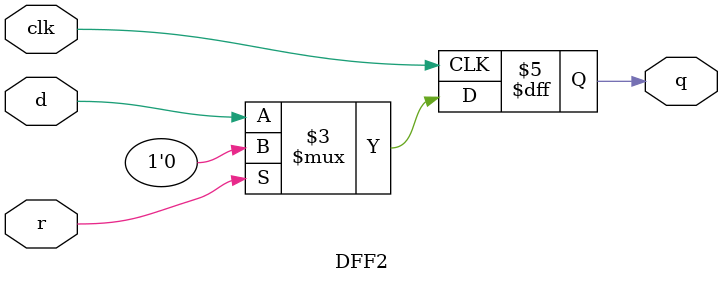
<source format=v>
/* Generated by Yosys 0.62+77 (git sha1 679156d32, g++ 11.5.0 -fPIC -O3) */

module DFF2(clk, d, r, q);
  input clk;
  wire clk;
  input d;
  wire d;
  input r;
  wire r;
  output q;
  reg q;
  always @(posedge clk)
    if (r) q <= 1'h0;
    else q <= d;
endmodule

</source>
